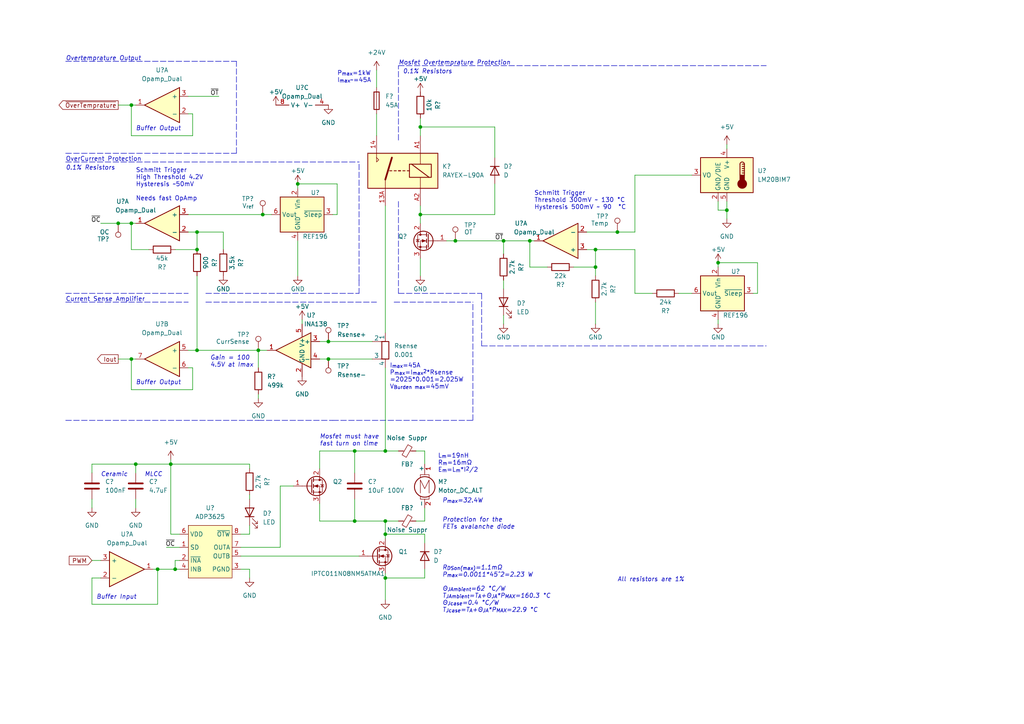
<source format=kicad_sch>
(kicad_sch (version 20211123) (generator eeschema)
  (paper "A4")
  (lib_symbols
    (symbol "Amplifier_Current:INA138" (pin_names (offset 0.127))
      (property "Reference" "U" (at 3.81 5.08 0))
      (property "Value" "INA138" (at 3.81 2.54 0))
      (symbol "INA138_0_1"
        (polyline (pts (xy -5.08 5.08) (xy 5.08 0) (xy -5.08 -5.08) (xy -5.08 5.08)) (stroke (width 0.254)) (fill (type background)))
      )
      (symbol "INA138_1_1"
        (pin output line (at 7.62 0 180) (length 2.54) (name "~") (number "1"))
        (pin power_in line (at -2.54 -7.62 90) (length 3.81) (name "GND") (number "2"))
        (pin input line (at -7.62 2.54 0) (length 2.54) (name "+") (number "3"))
        (pin input line (at -7.62 -2.54 0) (length 2.54) (name "-") (number "4"))
        (pin power_in line (at -2.54 7.62 270) (length 3.81) (name "V+") (number "5"))
      )
    )
    (symbol "Connector:TestPoint" (pin_numbers hide) (pin_names (offset 0.762) hide)
      (property "Reference" "TP" (at 0 6.858 0))
      (property "Value" "TestPoint" (at 0 5.08 0))
      (symbol "TestPoint_0_1"
        (circle (center 0 3.302) (radius 0.762))
      )
      (symbol "TestPoint_1_1"
        (pin passive line (at 0 0 90) (length 2.54) (name "1") (number "1"))
      )
    )
    (symbol "Device:C" (pin_numbers hide) (pin_names (offset 0.254))
      (property "Reference" "C" (at 0.635 2.54 0))
      (property "Value" "C" (at 0.635 -2.54 0))
      (symbol "C_0_1"
        (polyline (pts (xy -2.032 -0.762) (xy 2.032 -0.762)) (stroke (width 0.508)))
        (polyline (pts (xy -2.032 0.762) (xy 2.032 0.762)) (stroke (width 0.508)))
      )
      (symbol "C_1_1"
        (pin passive line (at 0 3.81 270) (length 2.794) (name "~") (number "1"))
        (pin passive line (at 0 -3.81 90) (length 2.794) (name "~") (number "2"))
      )
    )
    (symbol "Device:D" (pin_numbers hide) (pin_names (offset 1.016) hide)
      (property "Reference" "D" (at 0 2.54 0))
      (property "Value" "D" (at 0 -2.54 0))
      (symbol "D_0_1"
        (polyline (pts (xy -1.27 1.27) (xy -1.27 -1.27)) (stroke (width 0.254)))
        (polyline (pts (xy 1.27 0) (xy -1.27 0)))
        (polyline (pts (xy 1.27 1.27) (xy 1.27 -1.27) (xy -1.27 0) (xy 1.27 1.27)) (stroke (width 0.254)))
      )
      (symbol "D_1_1"
        (pin passive line (at -3.81 0 0) (length 2.54) (name "K") (number "1"))
        (pin passive line (at 3.81 0 180) (length 2.54) (name "A") (number "2"))
      )
    )
    (symbol "Device:FerriteBead_Small" (pin_numbers hide) (pin_names (offset 0))
      (property "Reference" "FB" (at 1.905 1.27 0))
      (property "Value" "FerriteBead_Small" (at 1.905 -1.27 0))
      (symbol "FerriteBead_Small_0_1"
        (polyline (pts (xy 0 -1.27) (xy 0 -0.7874)))
        (polyline (pts (xy 0 0.889) (xy 0 1.2954)))
        (polyline (pts (xy -1.8288 0.2794) (xy -1.1176 1.4986) (xy 1.8288 -0.2032) (xy 1.1176 -1.4224) (xy -1.8288 0.2794)))
      )
      (symbol "FerriteBead_Small_1_1"
        (pin passive line (at 0 2.54 270) (length 1.27) (name "~") (number "1"))
        (pin passive line (at 0 -2.54 90) (length 1.27) (name "~") (number "2"))
      )
    )
    (symbol "Device:Fuse" (pin_numbers hide) (pin_names (offset 0))
      (property "Reference" "F" (at 2.032 0 90))
      (property "Value" "Fuse" (at -1.905 0 90))
      (symbol "Fuse_0_1"
        (rectangle (start -0.762 -2.54) (end 0.762 2.54) (stroke (width 0.254)))
        (polyline (pts (xy 0 2.54) (xy 0 -2.54)))
      )
      (symbol "Fuse_1_1"
        (pin passive line (at 0 3.81 270) (length 1.27) (name "~") (number "1"))
        (pin passive line (at 0 -3.81 90) (length 1.27) (name "~") (number "2"))
      )
    )
    (symbol "Device:LED" (pin_numbers hide) (pin_names (offset 1.016) hide)
      (property "Reference" "D" (at 0 2.54 0))
      (property "Value" "LED" (at 0 -2.54 0))
      (symbol "LED_0_1"
        (polyline (pts (xy -1.27 -1.27) (xy -1.27 1.27)) (stroke (width 0.254)))
        (polyline (pts (xy -1.27 0) (xy 1.27 0)))
        (polyline (pts (xy 1.27 -1.27) (xy 1.27 1.27) (xy -1.27 0) (xy 1.27 -1.27)) (stroke (width 0.254)))
        (polyline (pts (xy -3.048 -0.762) (xy -4.572 -2.286) (xy -3.81 -2.286) (xy -4.572 -2.286) (xy -4.572 -1.524)))
        (polyline (pts (xy -1.778 -0.762) (xy -3.302 -2.286) (xy -2.54 -2.286) (xy -3.302 -2.286) (xy -3.302 -1.524)))
      )
      (symbol "LED_1_1"
        (pin passive line (at -3.81 0 0) (length 2.54) (name "K") (number "1"))
        (pin passive line (at 3.81 0 180) (length 2.54) (name "A") (number "2"))
      )
    )
    (symbol "Device:Opamp_Dual"
      (property "Reference" "U" (at 0 5.08 0))
      (property "Value" "Opamp_Dual" (at 0 -5.08 0))
      (symbol "Opamp_Dual_1_1"
        (polyline (pts (xy -5.08 5.08) (xy 5.08 0) (xy -5.08 -5.08) (xy -5.08 5.08)) (stroke (width 0.254)) (fill (type background)))
        (pin output line (at 7.62 0 180) (length 2.54) (name "~") (number "1"))
        (pin input line (at -7.62 -2.54 0) (length 2.54) (name "-") (number "2"))
        (pin input line (at -7.62 2.54 0) (length 2.54) (name "+") (number "3"))
      )
      (symbol "Opamp_Dual_2_1"
        (polyline (pts (xy -5.08 5.08) (xy 5.08 0) (xy -5.08 -5.08) (xy -5.08 5.08)) (stroke (width 0.254)) (fill (type background)))
        (pin input line (at -7.62 2.54 0) (length 2.54) (name "+") (number "5"))
        (pin input line (at -7.62 -2.54 0) (length 2.54) (name "-") (number "6"))
        (pin output line (at 7.62 0 180) (length 2.54) (name "~") (number "7"))
      )
      (symbol "Opamp_Dual_3_1"
        (pin power_in line (at -2.54 -7.62 90) (length 3.81) (name "V-") (number "4"))
        (pin power_in line (at -2.54 7.62 270) (length 3.81) (name "V+") (number "8"))
      )
    )
    (symbol "Device:Q_NMOS_GDS" (pin_names (offset 0) hide)
      (property "Reference" "Q" (at 5.08 1.27 0))
      (property "Value" "Q_NMOS_GDS" (at 5.08 -1.27 0))
      (symbol "Q_NMOS_GDS_0_1"
        (polyline (pts (xy 0.254 0) (xy -2.54 0)))
        (polyline (pts (xy 0.254 1.905) (xy 0.254 -1.905)) (stroke (width 0.254)))
        (polyline (pts (xy 0.762 -1.27) (xy 0.762 -2.286)) (stroke (width 0.254)))
        (polyline (pts (xy 0.762 0.508) (xy 0.762 -0.508)) (stroke (width 0.254)))
        (polyline (pts (xy 0.762 2.286) (xy 0.762 1.27)) (stroke (width 0.254)))
        (polyline (pts (xy 2.54 2.54) (xy 2.54 1.778)))
        (polyline (pts (xy 2.54 -2.54) (xy 2.54 0) (xy 0.762 0)))
        (polyline (pts (xy 0.762 -1.778) (xy 3.302 -1.778) (xy 3.302 1.778) (xy 0.762 1.778)))
        (polyline (pts (xy 1.016 0) (xy 2.032 0.381) (xy 2.032 -0.381) (xy 1.016 0)) (fill (type outline)))
        (polyline (pts (xy 2.794 0.508) (xy 2.921 0.381) (xy 3.683 0.381) (xy 3.81 0.254)))
        (polyline (pts (xy 3.302 0.381) (xy 2.921 -0.254) (xy 3.683 -0.254) (xy 3.302 0.381)))
        (circle (center 1.651 0) (radius 2.794) (stroke (width 0.254)))
        (circle (center 2.54 -1.778) (radius 0.254) (fill (type outline)))
        (circle (center 2.54 1.778) (radius 0.254) (fill (type outline)))
      )
      (symbol "Q_NMOS_GDS_1_1"
        (pin input line (at -5.08 0 0) (length 2.54) (name "G") (number "1"))
        (pin passive line (at 2.54 5.08 270) (length 2.54) (name "D") (number "2"))
        (pin passive line (at 2.54 -5.08 90) (length 2.54) (name "S") (number "3"))
      )
    )
    (symbol "Device:R" (pin_numbers hide) (pin_names (offset 0))
      (property "Reference" "R" (at 2.032 0 90))
      (property "Value" "R" (at 0 0 90))
      (symbol "R_0_1"
        (rectangle (start -1.016 -2.54) (end 1.016 2.54) (stroke (width 0.254)))
      )
      (symbol "R_1_1"
        (pin passive line (at 0 3.81 270) (length 1.27) (name "~") (number "1"))
        (pin passive line (at 0 -3.81 90) (length 1.27) (name "~") (number "2"))
      )
    )
    (symbol "Device:R_Shunt" (pin_numbers hide) (pin_names (offset 0))
      (property "Reference" "R" (at -4.445 0 90))
      (property "Value" "R_Shunt" (at -2.54 0 90))
      (symbol "R_Shunt_0_1"
        (rectangle (start -1.016 -2.54) (end 1.016 2.54) (stroke (width 0.254)))
        (polyline (pts (xy 0 -2.54) (xy 1.27 -2.54)))
        (polyline (pts (xy 1.27 2.54) (xy 0 2.54)))
      )
      (symbol "R_Shunt_1_1"
        (pin passive line (at 0 5.08 270) (length 2.54) (name "1") (number "1"))
        (pin passive line (at 3.81 2.54 180) (length 2.54) (name "2") (number "2"))
        (pin passive line (at 3.81 -2.54 180) (length 2.54) (name "3") (number "3"))
        (pin passive line (at 0 -5.08 90) (length 2.54) (name "4") (number "4"))
      )
    )
    (symbol "Motor:Motor_DC_ALT" (pin_names (offset 0))
      (property "Reference" "M" (at 2.54 2.54 0))
      (property "Value" "Motor_DC_ALT" (at 2.54 -5.08 0))
      (symbol "Motor_DC_ALT_0_0"
        (circle (center 0 -1.524) (radius 2.9718) (stroke (width 0.254)))
        (polyline (pts (xy -1.27 -4.318) (xy -1.27 -5.08) (xy 1.27 -5.08) (xy 1.27 -4.318)))
        (polyline (pts (xy -1.27 1.27) (xy -1.27 2.032) (xy 1.27 2.032) (xy 1.27 1.27)))
        (polyline (pts (xy -1.27 -3.302) (xy -1.27 0.508) (xy 0 -2.032) (xy 1.27 0.508) (xy 1.27 -3.302)))
      )
      (symbol "Motor_DC_ALT_0_1"
        (polyline (pts (xy 0 2.032) (xy 0 2.54)))
      )
      (symbol "Motor_DC_ALT_1_1"
        (pin passive line (at 0 5.08 270) (length 2.54) (name "+") (number "1"))
        (pin passive line (at 0 -7.62 90) (length 2.54) (name "-") (number "2"))
      )
    )
    (symbol "MySymbols:ADP3625"
      (property "Reference" "U" (at -3.81 7.62 0))
      (property "Value" "ADP3625" (at 0 -10.16 0))
      (symbol "ADP3625_0_1"
        (rectangle (start -6.35 6.35) (end 6.35 -8.89) (fill (type background)))
      )
      (symbol "ADP3625_1_1"
        (pin input line (at -8.89 0 0) (length 2.54) (name "SD") (number "1"))
        (pin input line (at -8.89 -3.81 0) (length 2.54) (name "~{INA}") (number "2"))
        (pin input line (at 8.89 -6.35 180) (length 2.54) (name "PGND") (number "3"))
        (pin input line (at -8.89 -6.35 0) (length 2.54) (name "INB") (number "4"))
        (pin input line (at 8.89 -2.54 180) (length 2.54) (name "OUTB") (number "5"))
        (pin input line (at -8.89 3.81 0) (length 2.54) (name "VDD") (number "6"))
        (pin input line (at 8.89 0 180) (length 2.54) (name "OUTA") (number "7"))
        (pin input line (at 8.89 3.81 180) (length 2.54) (name "~{OTW}") (number "8"))
      )
    )
    (symbol "Reference_Voltage:REF196"
      (property "Reference" "U" (at 2.54 8.89 0))
      (property "Value" "REF196" (at 1.27 6.35 0))
      (symbol "REF196_0_1"
        (rectangle (start -7.62 5.08) (end 5.08 -5.08) (stroke (width 0.254)) (fill (type background)))
      )
      (symbol "REF196_1_1"
        (pin no_connect line (at -7.62 2.54 0) (length 2.54) hide (name "TP") (number "1"))
        (pin power_in line (at 0 7.62 270) (length 2.54) (name "Vin") (number "2"))
        (pin input line (at -10.16 0 0) (length 2.54) (name "~{Sleep}") (number "3"))
        (pin power_in line (at 0 -7.62 90) (length 2.54) (name "GND") (number "4"))
        (pin no_connect line (at -5.08 -5.08 90) (length 2.54) hide (name "TP") (number "5"))
        (pin power_out line (at 7.62 0 180) (length 2.54) (name "Vout") (number "6"))
        (pin no_connect line (at -2.54 -5.08 90) (length 2.54) hide (name "NC") (number "7"))
        (pin no_connect line (at 2.54 -5.08 90) (length 2.54) hide (name "NC") (number "8"))
      )
    )
    (symbol "Relay:RAYEX-L90A"
      (property "Reference" "K" (at 11.43 3.81 0))
      (property "Value" "RAYEX-L90A" (at 11.43 1.27 0))
      (symbol "RAYEX-L90A_1_0"
        (polyline (pts (xy 7.62 3.81) (xy 7.62 5.08)))
        (polyline (pts (xy 7.62 3.81) (xy 7.62 2.54) (xy 6.985 3.175) (xy 7.62 3.81)))
      )
      (symbol "RAYEX-L90A_1_1"
        (rectangle (start -10.16 5.08) (end 10.16 -5.08) (stroke (width 0.254)) (fill (type background)))
        (rectangle (start -8.255 1.905) (end -1.905 -1.905) (stroke (width 0.254)))
        (polyline (pts (xy -7.62 -1.905) (xy -2.54 1.905)) (stroke (width 0.254)))
        (polyline (pts (xy -5.08 -5.08) (xy -5.08 -1.905)))
        (polyline (pts (xy -5.08 5.08) (xy -5.08 1.905)))
        (polyline (pts (xy -1.905 0) (xy -1.27 0)) (stroke (width 0.254)))
        (polyline (pts (xy -0.635 0) (xy 0 0)) (stroke (width 0.254)))
        (polyline (pts (xy 0.635 0) (xy 1.27 0)) (stroke (width 0.254)))
        (polyline (pts (xy 0.635 0) (xy 1.27 0)) (stroke (width 0.254)))
        (polyline (pts (xy 1.905 0) (xy 2.54 0)) (stroke (width 0.254)))
        (polyline (pts (xy 3.175 0) (xy 3.81 0)) (stroke (width 0.254)))
        (polyline (pts (xy 5.08 -2.54) (xy 3.175 3.81)) (stroke (width 0.508)))
        (polyline (pts (xy 5.08 -2.54) (xy 5.08 -5.08)))
        (pin passive line (at 5.08 -10.16 90) (length 5.08) (name "~") (number "13A"))
        (pin passive line (at 5.08 -10.16 90) (length 5.08) hide (name "~") (number "13B"))
        (pin passive line (at 7.62 10.16 270) (length 5.08) (name "~") (number "14"))
        (pin passive line (at -5.08 10.16 270) (length 5.08) (name "~") (number "A1"))
        (pin passive line (at -5.08 -10.16 90) (length 5.08) (name "~") (number "A2"))
      )
    )
    (symbol "Sensor_Temperature:LM20BIM7"
      (property "Reference" "U" (at -6.35 6.35 0))
      (property "Value" "LM20BIM7" (at 1.27 6.35 0))
      (symbol "LM20BIM7_0_1"
        (rectangle (start -7.62 5.08) (end 7.62 -5.08) (stroke (width 0.254)) (fill (type background)))
        (circle (center -4.445 -2.54) (radius 1.27) (stroke (width 0.254)) (fill (type outline)))
        (rectangle (start -3.81 -1.905) (end -5.08 0) (stroke (width 0.254)) (fill (type outline)))
        (arc (start -3.81 3.175) (mid -4.445 3.81) (end -5.08 3.175) (stroke (width 0.254)))
        (polyline (pts (xy -5.08 0.635) (xy -4.445 0.635)) (stroke (width 0.254)))
        (polyline (pts (xy -5.08 1.27) (xy -4.445 1.27)) (stroke (width 0.254)))
        (polyline (pts (xy -5.08 1.905) (xy -4.445 1.905)) (stroke (width 0.254)))
        (polyline (pts (xy -5.08 2.54) (xy -4.445 2.54)) (stroke (width 0.254)))
        (polyline (pts (xy -5.08 3.175) (xy -5.08 0)) (stroke (width 0.254)))
        (polyline (pts (xy -5.08 3.175) (xy -4.445 3.175)) (stroke (width 0.254)))
        (polyline (pts (xy -3.81 3.175) (xy -3.81 0)) (stroke (width 0.254)))
      )
      (symbol "LM20BIM7_1_1"
        (pin no_connect line (at 5.08 -5.08 90) (length 2.54) hide (name "NC") (number "1"))
        (pin passive line (at 2.54 -7.62 90) (length 2.54) (name "GND/DIE") (number "2"))
        (pin output line (at 10.16 0 180) (length 2.54) (name "VO") (number "3"))
        (pin power_in line (at 0 7.62 270) (length 2.54) (name "V+") (number "4"))
        (pin power_in line (at 0 -7.62 90) (length 2.54) (name "GND") (number "5"))
      )
    )
    (symbol "power:+24V" (power) (pin_names (offset 0))
      (property "Value" "+24V" (at 0 3.556 0))
      (symbol "+24V_0_1"
        (polyline (pts (xy -0.762 1.27) (xy 0 2.54)))
        (polyline (pts (xy 0 0) (xy 0 2.54)))
        (polyline (pts (xy 0 2.54) (xy 0.762 1.27)))
      )
      (symbol "+24V_1_1"
        (pin power_in line (at 0 0 90) (length 0) hide (name "+24V") (number "1"))
      )
    )
    (symbol "power:+5V" (power) (pin_names (offset 0))
      (property "Value" "+5V" (at 0 3.556 0))
      (symbol "+5V_0_1"
        (polyline (pts (xy -0.762 1.27) (xy 0 2.54)))
        (polyline (pts (xy 0 0) (xy 0 2.54)))
        (polyline (pts (xy 0 2.54) (xy 0.762 1.27)))
      )
      (symbol "+5V_1_1"
        (pin power_in line (at 0 0 90) (length 0) hide (name "+5V") (number "1"))
      )
    )
    (symbol "power:GND" (power) (pin_names (offset 0))
      (property "Value" "GND" (at 0 -3.81 0))
      (symbol "GND_0_1"
        (polyline (pts (xy 0 0) (xy 0 -1.27) (xy 1.27 -1.27) (xy 0 -2.54) (xy -1.27 -1.27) (xy 0 -1.27)))
      )
      (symbol "GND_1_1"
        (pin power_in line (at 0 0 270) (length 0) hide (name "GND") (number "1"))
      )
    )
  )
  (junction (at 39.37 134.62))
  (junction (at 121.92 62.23))
  (junction (at 57.15 67.31))
  (junction (at 111.76 167.64))
  (junction (at 34.29 64.77))
  (junction (at 179.07 67.31))
  (junction (at 74.93 101.6))
  (junction (at 121.92 36.83))
  (junction (at 45.72 165.1))
  (junction (at 50.8 165.1))
  (junction (at 102.87 151.13))
  (junction (at 38.1 64.77))
  (junction (at 95.25 99.06))
  (junction (at 208.28 76.2))
  (junction (at 210.82 60.96))
  (junction (at 38.1 30.48))
  (junction (at 153.67 69.85))
  (junction (at 95.25 104.14))
  (junction (at 102.87 130.81))
  (junction (at 111.76 130.81))
  (junction (at 38.1 104.14))
  (junction (at 76.2 62.23))
  (junction (at 111.76 154.94))
  (junction (at 172.72 77.47))
  (junction (at 57.15 101.6))
  (junction (at 146.05 69.85))
  (junction (at 111.76 151.13))
  (junction (at 86.36 53.34))
  (junction (at 57.15 72.39))
  (junction (at 49.53 134.62))
  (junction (at 132.08 69.85))
  (junction (at 172.72 72.39))
  (wire (pts (xy 146.05 69.85) (xy 146.05 73.66)))
  (polyline (pts (xy 115.57 85.09) (xy 139.7 85.09)))
  (wire (pts (xy 184.15 72.39) (xy 172.72 72.39)))
  (wire (pts (xy 52.07 154.94) (xy 49.53 154.94)))
  (wire (pts (xy 39.37 134.62) (xy 49.53 134.62)))
  (wire (pts (xy 86.36 53.34) (xy 97.79 53.34)))
  (wire (pts (xy 184.15 50.8) (xy 200.66 50.8)))
  (wire (pts (xy 218.44 85.09) (xy 219.71 85.09)))
  (wire (pts (xy 111.76 166.37) (xy 111.76 167.64)))
  (wire (pts (xy 189.23 85.09) (xy 184.15 85.09)))
  (wire (pts (xy 34.29 104.14) (xy 38.1 104.14)))
  (polyline (pts (xy 104.14 81.28) (xy 104.14 46.99)))
  (polyline (pts (xy 19.05 87.63) (xy 54.61 87.63)))
  (wire (pts (xy 184.15 50.8) (xy 184.15 67.31)))
  (wire (pts (xy 55.88 39.37) (xy 38.1 39.37)))
  (wire (pts (xy 86.36 54.61) (xy 86.36 53.34)))
  (wire (pts (xy 38.1 104.14) (xy 39.37 104.14)))
  (polyline (pts (xy 19.05 44.45) (xy 68.58 44.45)))
  (wire (pts (xy 86.36 69.85) (xy 86.36 80.01)))
  (wire (pts (xy 179.07 67.31) (xy 184.15 67.31)))
  (wire (pts (xy 26.67 134.62) (xy 26.67 137.16)))
  (wire (pts (xy 26.67 175.26) (xy 45.72 175.26)))
  (wire (pts (xy 158.75 77.47) (xy 153.67 77.47)))
  (wire (pts (xy 102.87 130.81) (xy 102.87 137.16)))
  (wire (pts (xy 57.15 67.31) (xy 54.61 67.31)))
  (wire (pts (xy 97.79 62.23) (xy 97.79 53.34)))
  (polyline (pts (xy 59.69 85.09) (xy 104.14 85.09)))
  (wire (pts (xy 129.54 69.85) (xy 132.08 69.85)))
  (wire (pts (xy 132.08 69.85) (xy 146.05 69.85)))
  (wire (pts (xy 64.77 72.39) (xy 64.77 67.31)))
  (wire (pts (xy 48.26 158.75) (xy 52.07 158.75)))
  (wire (pts (xy 111.76 154.94) (xy 111.76 156.21)))
  (wire (pts (xy 172.72 87.63) (xy 172.72 93.98)))
  (wire (pts (xy 123.19 165.1) (xy 123.19 167.64)))
  (wire (pts (xy 111.76 151.13) (xy 115.57 151.13)))
  (polyline (pts (xy 139.7 85.09) (xy 139.7 100.33)))
  (wire (pts (xy 57.15 67.31) (xy 57.15 72.39)))
  (polyline (pts (xy 19.05 46.99) (xy 104.14 46.99)))
  (wire (pts (xy 146.05 81.28) (xy 146.05 83.82)))
  (wire (pts (xy 123.19 130.81) (xy 123.19 134.62)))
  (wire (pts (xy 55.88 113.03) (xy 38.1 113.03)))
  (wire (pts (xy 26.67 134.62) (xy 39.37 134.62)))
  (wire (pts (xy 96.52 62.23) (xy 97.79 62.23)))
  (wire (pts (xy 120.65 130.81) (xy 123.19 130.81)))
  (polyline (pts (xy 104.14 81.28) (xy 104.14 85.09)))
  (wire (pts (xy 95.25 104.14) (xy 107.95 104.14)))
  (polyline (pts (xy 96.52 121.92) (xy 137.16 121.92)))
  (wire (pts (xy 26.67 167.64) (xy 26.67 175.26)))
  (wire (pts (xy 69.85 165.1) (xy 72.39 165.1)))
  (wire (pts (xy 102.87 130.81) (xy 111.76 130.81)))
  (wire (pts (xy 76.2 62.23) (xy 78.74 62.23)))
  (wire (pts (xy 143.51 53.34) (xy 143.51 62.23)))
  (wire (pts (xy 52.07 162.56) (xy 50.8 162.56)))
  (wire (pts (xy 72.39 152.4) (xy 72.39 154.94)))
  (wire (pts (xy 72.39 167.64) (xy 72.39 165.1)))
  (wire (pts (xy 210.82 60.96) (xy 208.28 60.96)))
  (wire (pts (xy 29.21 64.77) (xy 34.29 64.77)))
  (wire (pts (xy 38.1 113.03) (xy 38.1 104.14)))
  (wire (pts (xy 34.29 30.48) (xy 38.1 30.48)))
  (wire (pts (xy 208.28 76.2) (xy 219.71 76.2)))
  (wire (pts (xy 49.53 134.62) (xy 72.39 134.62)))
  (polyline (pts (xy 68.58 44.45) (xy 68.58 17.78)))
  (wire (pts (xy 43.18 72.39) (xy 38.1 72.39)))
  (wire (pts (xy 72.39 143.51) (xy 72.39 144.78)))
  (wire (pts (xy 208.28 92.71) (xy 208.28 93.98)))
  (wire (pts (xy 74.93 114.3) (xy 74.93 115.57)))
  (wire (pts (xy 74.93 101.6) (xy 77.47 101.6)))
  (wire (pts (xy 170.18 67.31) (xy 179.07 67.31)))
  (polyline (pts (xy 115.57 19.05) (xy 222.25 19.05)))
  (wire (pts (xy 146.05 69.85) (xy 153.67 69.85)))
  (wire (pts (xy 123.19 167.64) (xy 111.76 167.64)))
  (wire (pts (xy 81.28 140.97) (xy 85.09 140.97)))
  (wire (pts (xy 38.1 72.39) (xy 38.1 64.77)))
  (wire (pts (xy 69.85 154.94) (xy 72.39 154.94)))
  (wire (pts (xy 121.92 62.23) (xy 121.92 64.77)))
  (wire (pts (xy 50.8 165.1) (xy 52.07 165.1)))
  (wire (pts (xy 92.71 130.81) (xy 102.87 130.81)))
  (wire (pts (xy 111.76 167.64) (xy 111.76 173.99)))
  (polyline (pts (xy 115.57 40.64) (xy 115.57 19.05)))
  (wire (pts (xy 146.05 91.44) (xy 146.05 93.98)))
  (wire (pts (xy 54.61 106.68) (xy 55.88 106.68)))
  (wire (pts (xy 45.72 165.1) (xy 50.8 165.1)))
  (wire (pts (xy 208.28 77.47) (xy 208.28 76.2)))
  (wire (pts (xy 111.76 130.81) (xy 115.57 130.81)))
  (wire (pts (xy 39.37 144.78) (xy 39.37 147.32)))
  (wire (pts (xy 26.67 144.78) (xy 26.67 147.32)))
  (wire (pts (xy 54.61 62.23) (xy 76.2 62.23)))
  (wire (pts (xy 64.77 67.31) (xy 57.15 67.31)))
  (wire (pts (xy 123.19 151.13) (xy 123.19 147.32)))
  (wire (pts (xy 121.92 74.93) (xy 121.92 80.01)))
  (wire (pts (xy 123.19 157.48) (xy 123.19 154.94)))
  (wire (pts (xy 166.37 77.47) (xy 172.72 77.47)))
  (wire (pts (xy 45.72 175.26) (xy 45.72 165.1)))
  (wire (pts (xy 210.82 60.96) (xy 210.82 63.5)))
  (wire (pts (xy 92.71 135.89) (xy 92.71 130.81)))
  (wire (pts (xy 38.1 64.77) (xy 39.37 64.77)))
  (wire (pts (xy 200.66 85.09) (xy 196.85 85.09)))
  (wire (pts (xy 57.15 80.01) (xy 57.15 101.6)))
  (wire (pts (xy 44.45 165.1) (xy 45.72 165.1)))
  (wire (pts (xy 172.72 77.47) (xy 172.72 80.01)))
  (wire (pts (xy 49.53 134.62) (xy 49.53 154.94)))
  (wire (pts (xy 92.71 151.13) (xy 102.87 151.13)))
  (wire (pts (xy 153.67 69.85) (xy 154.94 69.85)))
  (polyline (pts (xy 114.3 87.63) (xy 137.16 87.63)))
  (wire (pts (xy 74.93 101.6) (xy 74.93 106.68)))
  (wire (pts (xy 50.8 72.39) (xy 57.15 72.39)))
  (wire (pts (xy 87.63 92.71) (xy 87.63 93.98)))
  (polyline (pts (xy 139.7 100.33) (xy 222.25 100.33)))
  (wire (pts (xy 54.61 27.94) (xy 63.5 27.94)))
  (wire (pts (xy 172.72 72.39) (xy 172.72 77.47)))
  (wire (pts (xy 95.25 99.06) (xy 107.95 99.06)))
  (polyline (pts (xy 19.05 85.09) (xy 54.61 85.09)))
  (wire (pts (xy 172.72 72.39) (xy 170.18 72.39)))
  (polyline (pts (xy 59.69 87.63) (xy 109.22 87.63)))
  (wire (pts (xy 55.88 106.68) (xy 55.88 113.03)))
  (wire (pts (xy 69.85 158.75) (xy 81.28 158.75)))
  (wire (pts (xy 121.92 36.83) (xy 143.51 36.83)))
  (wire (pts (xy 69.85 161.29) (xy 104.14 161.29)))
  (wire (pts (xy 54.61 33.02) (xy 55.88 33.02)))
  (wire (pts (xy 39.37 134.62) (xy 39.37 137.16)))
  (wire (pts (xy 111.76 154.94) (xy 123.19 154.94)))
  (wire (pts (xy 54.61 101.6) (xy 57.15 101.6)))
  (wire (pts (xy 92.71 104.14) (xy 95.25 104.14)))
  (wire (pts (xy 111.76 106.68) (xy 111.76 130.81)))
  (wire (pts (xy 102.87 144.78) (xy 102.87 151.13)))
  (wire (pts (xy 81.28 140.97) (xy 81.28 158.75)))
  (polyline (pts (xy 74.93 121.92) (xy 96.52 121.92)))
  (wire (pts (xy 72.39 135.89) (xy 72.39 134.62)))
  (wire (pts (xy 111.76 151.13) (xy 111.76 154.94)))
  (wire (pts (xy 210.82 58.42) (xy 210.82 60.96)))
  (wire (pts (xy 49.53 133.35) (xy 49.53 134.62)))
  (wire (pts (xy 121.92 36.83) (xy 121.92 39.37)))
  (wire (pts (xy 109.22 33.02) (xy 109.22 39.37)))
  (wire (pts (xy 102.87 151.13) (xy 111.76 151.13)))
  (wire (pts (xy 29.21 162.56) (xy 26.67 162.56)))
  (polyline (pts (xy 19.05 121.92) (xy 74.93 121.92)))
  (wire (pts (xy 121.92 62.23) (xy 121.92 59.69)))
  (wire (pts (xy 120.65 151.13) (xy 123.19 151.13)))
  (wire (pts (xy 111.76 59.69) (xy 111.76 96.52)))
  (wire (pts (xy 26.67 167.64) (xy 29.21 167.64)))
  (wire (pts (xy 208.28 58.42) (xy 208.28 60.96)))
  (wire (pts (xy 219.71 85.09) (xy 219.71 76.2)))
  (wire (pts (xy 143.51 36.83) (xy 143.51 45.72)))
  (polyline (pts (xy 19.05 17.78) (xy 68.58 17.78)))
  (wire (pts (xy 121.92 34.29) (xy 121.92 36.83)))
  (wire (pts (xy 38.1 39.37) (xy 38.1 30.48)))
  (polyline (pts (xy 74.93 121.92) (xy 74.93 121.92)))
  (wire (pts (xy 92.71 99.06) (xy 95.25 99.06)))
  (wire (pts (xy 55.88 33.02) (xy 55.88 39.37)))
  (wire (pts (xy 92.71 146.05) (xy 92.71 151.13)))
  (wire (pts (xy 184.15 85.09) (xy 184.15 72.39)))
  (wire (pts (xy 38.1 30.48) (xy 39.37 30.48)))
  (wire (pts (xy 143.51 62.23) (xy 121.92 62.23)))
  (wire (pts (xy 50.8 162.56) (xy 50.8 165.1)))
  (wire (pts (xy 109.22 20.32) (xy 109.22 25.4)))
  (wire (pts (xy 34.29 64.77) (xy 38.1 64.77)))
  (wire (pts (xy 57.15 101.6) (xy 74.93 101.6)))
  (wire (pts (xy 153.67 77.47) (xy 153.67 69.85)))
  (wire (pts (xy 210.82 41.91) (xy 210.82 43.18)))
  (polyline (pts (xy 115.57 58.42) (xy 115.57 85.09)))
  (polyline (pts (xy 137.16 121.92) (xy 137.16 87.63)))
  (text "OverCurrent Protection" (at 19.05 46.99 0) (effects (font (size 1.27 1.27)) (justify left bottom)))
  (text "I_{max}=45A\nP_{max}=I_{max}^{2}*Rsense\n=2025*${7d56cc24-13dc-424e-9509-1fc8193a03a3:VALUE}=2.025W\nV_{Burden max}=45mV" (at 113.03 113.03 0) (effects (font (size 1.27 1.27)) (justify left bottom)))
  (text "Schmitt Trigger\nThreshold 300mV ~ 130 °C\nHysteresis 500mV ~ 90  °C" (at 154.94 60.96 0) (effects (font (size 1.27 1.27)) (justify left bottom)))
  (text "Gain = 100\n4.5V at Imax" (at 60.96 106.68 0) (effects (font (size 1.27 1.27) italic) (justify left bottom)))
  (text "Buffer Input" (at 27.94 173.99 0) (effects (font (size 1.27 1.27) italic) (justify left bottom)))
  (text "Mosfet Overtemprature Protection\n" (at 115.57 19.05 0) (effects (font (size 1.27 1.27) italic) (justify left bottom)))
  (text "Schmitt Trigger\nHigh Threshold 4.2V\nHysteresis ~50mV\n\nNeeds fast OpAmp\n" (at 39.37 58.42 0) (effects (font (size 1.27 1.27)) (justify left bottom)))
  (text "P_{max}=32.4W" (at 128.27 146.05 0) (effects (font (size 1.27 1.27) italic) (justify left bottom)))
  (text "Current Sense Amplifier" (at 19.05 87.63 0) (effects (font (size 1.27 1.27)) (justify left bottom)))
  (text "All resistors are 1%\n" (at 179.07 168.91 0) (effects (font (size 1.27 1.27) italic) (justify left bottom)))
  (text "Ceramic\n" (at 29.21 138.43 0) (effects (font (size 1.27 1.27) italic) (justify left bottom)))
  (text "Buffer Output\n" (at 39.37 38.1 0) (effects (font (size 1.27 1.27) italic) (justify left bottom)))
  (text "Mosfet must have \nfast turn on time" (at 92.71 129.54 0) (effects (font (size 1.27 1.27) italic) (justify left bottom)))
  (text "0.1% Resistors\n" (at 19.05 49.53 0) (effects (font (size 1.27 1.27) italic) (justify left bottom)))
  (text "Overtemprature Output" (at 19.05 17.78 0) (effects (font (size 1.27 1.27) italic) (justify left bottom)))
  (text "Buffer Output\n" (at 39.37 111.76 0) (effects (font (size 1.27 1.27) italic) (justify left bottom)))
  (text "0.1% Resistors\n" (at 116.84 21.59 0) (effects (font (size 1.27 1.27) italic) (justify left bottom)))
  (text "R_{DS}_{on}_{(max)}=1.1mΩ\nP_{max}=0.0011*45^2=2.23 W\n\nΘ_{J}_{Ambient}=62 °C/W\nT_{J}_{Ambient}=T_{A}+Θ_{JA}*P_{MAX}=160.3 °C\nΘ_{J}_{case}=0.4 °C/W\nT_{J}_{case}=T_{A}+Θ_{JA}*P_{MAX}=22.9 °C" (at 128.27 177.8 0) (effects (font (size 1.27 1.27) italic) (justify left bottom)))
  (text "Protection for the \nFETs avalanche diode\n" (at 128.27 153.67 0) (effects (font (size 1.27 1.27) italic) (justify left bottom)))
  (text "MLCC" (at 41.91 138.43 0) (effects (font (size 1.27 1.27) italic) (justify left bottom)))
  (text "L_{m}=19nH\nR_{m}=16mΩ\nE_{m}=L_{m}*I^{2}/2" (at 127 137.16 0) (effects (font (size 1.27 1.27)) (justify left bottom)))
  (text "P_{max}=1kW\nI_{max}~=45A\n" (at 97.79 24.13 0) (effects (font (size 1.27 1.27)) (justify left bottom)))
  (label "~{OT}" (at 146.05 69.85 180))
  (label "~{OT}" (at 63.5 27.94 180))
  (label "~{OC}" (at 29.21 64.77 180))
  (label "~{OC}" (at 50.8 158.75 180))
  (global_label "PWM" (shape input) (at 26.67 162.56 180) (property "Intersheet References" "${INTERSHEET_REFS}" (effects hide)))
  (global_label "~{OverTemprature}" (shape output) (at 34.29 30.48 180) (property "Intersheet References" "${INTERSHEET_REFS}" (effects hide)))
  (global_label "Iout" (shape output) (at 34.29 104.14 180) (property "Intersheet References" "${INTERSHEET_REFS}" (effects hide)))
  (symbol (lib_id "Connector:TestPoint") (at 34.29 64.77 180) (unit 1)
    (property "Reference" "TP?" (at 31.75 69.3421 0) (effects (justify left)))
    (property "Value" "OC" (at 31.75 67.31 0) (effects (justify left)))
  )
  (symbol (lib_id "Device:FerriteBead_Small") (at 118.11 151.13 90) (unit 1)
    (property "Reference" "FB?" (at 118.11 147.32 90))
    (property "Value" "Noise Suppr" (at 118.11 153.67 90))
  )
  (symbol (lib_id "Device:Opamp_Dual") (at 162.56 69.85 180) (unit 1)
    (property "Reference" "U?" (at 151.13 64.77 0))
    (property "Value" "Opamp_Dual" (at 154.94 67.31 0))
  )
  (symbol (lib_id "Amplifier_Current:INA138") (at 85.09 101.6 0) (mirror y) (unit 1)
    (property "Reference" "U?" (at 88.9 91.44 0) (effects (justify right)))
    (property "Value" "INA138" (at 88.1506 93.98 0) (effects (justify right)))
    (property "Footprint" "Package_TO_SOT_SMD:SOT-23-5" (effects hide))
    (property "Datasheet" "http://www.ti.com/lit/ds/symlink/ina138.pdf" (effects hide))
  )
  (symbol (lib_id "Device:Q_NMOS_GDS") (at 109.22 161.29 0) (unit 1)
    (property "Reference" "Q1" (at 115.57 160.0199 0) (effects (justify left)))
    (property "Value" "IPTC011N08NM5ATMA1 " (at 90.17 166.37 0) (effects (justify left)))
  )
  (symbol (lib_id "power:GND") (at 87.63 109.22 0) (unit 1)
    (property "Reference" "#PWR?" (effects hide))
    (property "Value" "GND" (at 87.63 114.3 0))
  )
  (symbol (lib_id "Device:R") (at 146.05 77.47 0) (unit 1)
    (property "Reference" "R?" (at 151.13 77.47 90))
    (property "Value" "2.7k" (at 148.59 77.47 90))
  )
  (symbol (lib_id "Device:D") (at 143.51 49.53 270) (unit 1)
    (property "Reference" "D?" (at 146.05 48.2599 90) (effects (justify left)))
    (property "Value" "D" (at 146.05 50.7999 90) (effects (justify left)))
  )
  (symbol (lib_id "power:GND") (at 64.77 80.01 0) (unit 1)
    (property "Reference" "#PWR?" (effects hide))
    (property "Value" "GND" (at 64.77 83.82 0))
  )
  (symbol (lib_id "Device:C") (at 39.37 140.97 0) (unit 1)
    (property "Reference" "C?" (at 43.18 139.6999 0) (effects (justify left)))
    (property "Value" "4.7uF" (at 43.18 142.2399 0) (effects (justify left)))
  )
  (symbol (lib_id "Sensor_Temperature:LM20BIM7") (at 210.82 50.8 0) (mirror y) (unit 1)
    (property "Reference" "U?" (at 219.71 49.5299 0) (effects (justify right)))
    (property "Value" "LM20BIM7" (at 219.71 52.0699 0) (effects (justify right)))
    (property "Footprint" "Package_TO_SOT_SMD:SOT-353_SC-70-5" (effects hide))
    (property "Datasheet" "http://www.ti.com/lit/ds/symlink/lm20.pdf" (effects hide))
  )
  (symbol (lib_id "Device:R") (at 64.77 76.2 0) (unit 1)
    (property "Reference" "R?" (at 69.85 76.2 90))
    (property "Value" "3.5k" (at 67.31 76.2 90))
  )
  (symbol (lib_id "power:GND") (at 208.28 93.98 0) (unit 1)
    (property "Reference" "#PWR?" (effects hide))
    (property "Value" "GND" (at 208.28 97.79 0))
  )
  (symbol (lib_id "Device:R") (at 74.93 110.49 0) (unit 1)
    (property "Reference" "R?" (at 77.47 109.2199 0) (effects (justify left)))
    (property "Value" "499k" (at 77.47 111.7599 0) (effects (justify left)))
  )
  (symbol (lib_id "Device:C") (at 26.67 140.97 0) (unit 1)
    (property "Reference" "C?" (at 30.48 139.6999 0) (effects (justify left)))
    (property "Value" "100nF" (at 30.48 142.2399 0) (effects (justify left)))
  )
  (symbol (lib_id "power:GND") (at 39.37 147.32 0) (unit 1)
    (property "Reference" "#PWR?" (effects hide))
    (property "Value" "GND" (at 39.37 152.4 0))
  )
  (symbol (lib_id "Connector:TestPoint") (at 95.25 99.06 0) (unit 1)
    (property "Reference" "TP?" (at 97.79 94.4879 0) (effects (justify left)))
    (property "Value" "Rsense+" (at 97.79 97.0279 0) (effects (justify left)))
  )
  (symbol (lib_id "Connector:TestPoint") (at 74.93 101.6 0) (mirror y) (unit 1)
    (property "Reference" "TP?" (at 72.39 97.0279 0) (effects (justify left)))
    (property "Value" "CurrSense" (at 72.39 99.06 0) (effects (justify left)))
  )
  (symbol (lib_id "Connector:TestPoint") (at 76.2 62.23 0) (mirror y) (unit 1)
    (property "Reference" "TP?" (at 73.66 57.6579 0) (effects (justify left)))
    (property "Value" "V_{ref}" (at 73.66 59.69 0) (effects (justify left)))
  )
  (symbol (lib_id "power:+5V") (at 121.92 26.67 0) (unit 1)
    (property "Reference" "#PWR?" (effects hide))
    (property "Value" "+5V" (at 121.92 22.86 0))
  )
  (symbol (lib_id "Device:LED") (at 72.39 148.59 90) (unit 1)
    (property "Reference" "D?" (at 76.2 148.9074 90) (effects (justify right)))
    (property "Value" "LED" (at 76.2 151.4474 90) (effects (justify right)))
  )
  (symbol (lib_id "Device:Q_NMOS_GDS") (at 90.17 140.97 0) (unit 1)
    (property "Reference" "Q2" (at 96.52 139.6999 0) (effects (justify left)))
    (property "Value" "NMOS" (effects hide))
  )
  (symbol (lib_id "power:GND") (at 26.67 147.32 0) (unit 1)
    (property "Reference" "#PWR?" (effects hide))
    (property "Value" "GND" (at 26.67 152.4 0))
  )
  (symbol (lib_id "Device:Opamp_Dual") (at 46.99 30.48 0) (mirror y) (unit 1)
    (property "Reference" "U?" (at 46.99 20.32 0))
    (property "Value" "Opamp_Dual" (at 46.99 22.86 0))
  )
  (symbol (lib_id "power:GND") (at 86.36 80.01 0) (unit 1)
    (property "Reference" "#PWR?" (effects hide))
    (property "Value" "GND" (at 86.36 83.82 0))
  )
  (symbol (lib_id "Connector:TestPoint") (at 132.08 69.85 0) (unit 1)
    (property "Reference" "TP?" (at 134.62 65.2779 0) (effects (justify left)))
    (property "Value" "OT" (at 134.62 67.31 0) (effects (justify left)))
  )
  (symbol (lib_id "Device:R_Shunt") (at 111.76 101.6 0) (mirror y) (unit 1)
    (property "Reference" "Rsense" (at 114.3 100.3299 0) (effects (justify right)))
    (property "Value" "0.001" (at 114.3 102.8699 0) (effects (justify right)))
  )
  (symbol (lib_id "power:+5V") (at 80.01 30.48 0) (unit 1)
    (property "Reference" "#PWR?" (effects hide))
    (property "Value" "+5V" (at 80.01 26.67 0))
  )
  (symbol (lib_id "Reference_Voltage:REF196") (at 208.28 85.09 0) (mirror y) (unit 1)
    (property "Reference" "U?" (at 213.36 78.74 0))
    (property "Value" "REF196" (at 213.36 91.44 0))
    (property "Datasheet" "https://www.analog.com/static/imported-files/data_sheets/REF19xSeries.pdf" (effects hide))
  )
  (symbol (lib_id "Device:R") (at 172.72 83.82 0) (unit 1)
    (property "Reference" "R?" (at 177.8 83.82 90))
    (property "Value" "2.7k" (at 175.26 83.82 90))
  )
  (symbol (lib_id "Device:D") (at 123.19 161.29 270) (unit 1)
    (property "Reference" "D?" (at 125.73 160.0199 90) (effects (justify left)))
    (property "Value" "D" (at 125.73 162.5599 90) (effects (justify left)))
  )
  (symbol (lib_id "Device:R") (at 57.15 76.2 0) (unit 1)
    (property "Reference" "R?" (at 62.23 76.2 90))
    (property "Value" "900" (at 59.69 76.2 90))
  )
  (symbol (lib_id "power:GND") (at 121.92 80.01 0) (unit 1)
    (property "Reference" "#PWR?" (effects hide))
    (property "Value" "GND" (at 121.92 83.82 0))
  )
  (symbol (lib_id "power:+5V") (at 208.28 76.2 0) (unit 1)
    (property "Reference" "#PWR?" (effects hide))
    (property "Value" "+5V" (at 208.28 72.39 0))
  )
  (symbol (lib_id "Device:R") (at 46.99 72.39 270) (unit 1)
    (property "Reference" "R?" (at 46.99 77.47 90))
    (property "Value" "45k" (at 46.99 74.93 90))
  )
  (symbol (lib_id "Device:Opamp_Dual") (at 87.63 27.94 90) (unit 3)
    (property "Reference" "U?" (at 87.63 25.4 90))
    (property "Value" "Opamp_Dual" (at 87.63 27.94 90))
  )
  (symbol (lib_id "Device:FerriteBead_Small") (at 118.11 130.81 90) (unit 1)
    (property "Reference" "FB?" (at 118.11 134.62 90))
    (property "Value" "Noise Suppr" (at 118.0719 127 90))
  )
  (symbol (lib_id "power:GND") (at 146.05 93.98 0) (unit 1)
    (property "Reference" "#PWR?" (effects hide))
    (property "Value" "GND" (at 146.05 97.79 0))
  )
  (symbol (lib_id "Device:Opamp_Dual") (at 46.99 104.14 0) (mirror y) (unit 2)
    (property "Reference" "U?" (at 46.99 93.98 0))
    (property "Value" "Opamp_Dual" (at 46.99 96.52 0))
  )
  (symbol (lib_id "MySymbols:ADP3625") (at 60.96 158.75 0) (unit 1)
    (property "Reference" "U?" (at 60.96 147.32 0))
    (property "Value" "ADP3625" (at 60.96 149.86 0))
  )
  (symbol (lib_id "power:+24V") (at 109.22 20.32 0) (unit 1)
    (property "Reference" "#PWR?" (effects hide))
    (property "Value" "+24V" (at 109.22 15.24 0))
  )
  (symbol (lib_id "Reference_Voltage:REF196") (at 86.36 62.23 0) (mirror y) (unit 1)
    (property "Reference" "U?" (at 91.44 55.88 0))
    (property "Value" "REF196" (at 91.44 68.58 0))
    (property "Datasheet" "https://www.analog.com/static/imported-files/data_sheets/REF19xSeries.pdf" (effects hide))
  )
  (symbol (lib_id "power:+5V") (at 86.36 53.34 0) (unit 1)
    (property "Reference" "#PWR?" (effects hide))
    (property "Value" "+5V" (at 86.36 49.53 0))
  )
  (symbol (lib_id "Device:Fuse") (at 109.22 29.21 0) (unit 1)
    (property "Reference" "F?" (at 111.76 27.9399 0) (effects (justify left)))
    (property "Value" "45A" (at 111.76 30.4799 0) (effects (justify left)))
  )
  (symbol (lib_id "Device:LED") (at 146.05 87.63 90) (unit 1)
    (property "Reference" "D?" (at 149.86 87.9474 90) (effects (justify right)))
    (property "Value" "LED" (at 149.86 90.4874 90) (effects (justify right)))
  )
  (symbol (lib_id "Relay:RAYEX-L90A") (at 116.84 49.53 0) (mirror y) (unit 1)
    (property "Reference" "K?" (at 128.27 48.2599 0) (effects (justify right)))
    (property "Value" "RAYEX-L90A" (at 128.27 50.7999 0) (effects (justify right)))
    (property "Footprint" "Relay_THT:Relay_SPST_RAYEX-L90A" (effects hide))
    (property "Datasheet" "https://a3.sofastcdn.com/attachment/7jioKBjnRiiSrjrjknRiwS77gwbf3zmp/L90-SERIES.pdf" (effects hide))
  )
  (symbol (lib_id "power:GND") (at 95.25 30.48 0) (unit 1)
    (property "Reference" "#PWR?" (effects hide))
    (property "Value" "GND" (at 95.25 35.56 0))
  )
  (symbol (lib_id "Connector:TestPoint") (at 95.25 104.14 180) (unit 1)
    (property "Reference" "TP?" (at 97.79 106.1719 0) (effects (justify right)))
    (property "Value" "Rsense-" (at 97.79 108.7119 0) (effects (justify right)))
  )
  (symbol (lib_id "Device:Q_NMOS_GDS") (at 124.46 69.85 0) (mirror y) (unit 1)
    (property "Reference" "Q?" (at 118.11 68.5799 0) (effects (justify left)))
    (property "Value" "generic mmos" (effects hide))
  )
  (symbol (lib_id "power:+5V") (at 210.82 41.91 0) (mirror y) (unit 1)
    (property "Reference" "#PWR?" (effects hide))
    (property "Value" "+5V" (at 210.82 36.83 0))
  )
  (symbol (lib_id "Connector:TestPoint") (at 179.07 67.31 0) (mirror y) (unit 1)
    (property "Reference" "TP?" (at 176.53 62.7379 0) (effects (justify left)))
    (property "Value" "Temp" (at 176.53 64.77 0) (effects (justify left)))
  )
  (symbol (lib_id "power:GND") (at 72.39 167.64 0) (unit 1)
    (property "Reference" "#PWR?" (effects hide))
    (property "Value" "GND" (at 72.39 172.72 0))
  )
  (symbol (lib_id "Device:Opamp_Dual") (at 36.83 165.1 0) (unit 1)
    (property "Reference" "U?" (at 36.83 154.94 0))
    (property "Value" "Opamp_Dual" (at 36.83 157.48 0))
  )
  (symbol (lib_id "power:GND") (at 172.72 93.98 0) (unit 1)
    (property "Reference" "#PWR?" (effects hide))
    (property "Value" "GND" (at 172.72 97.79 0))
  )
  (symbol (lib_id "Device:R") (at 121.92 30.48 0) (unit 1)
    (property "Reference" "R?" (at 127 30.48 90))
    (property "Value" "10k" (at 124.46 30.48 90))
  )
  (symbol (lib_id "power:GND") (at 111.76 173.99 0) (unit 1)
    (property "Reference" "#PWR?" (effects hide))
    (property "Value" "GND" (at 111.76 179.07 0))
  )
  (symbol (lib_id "power:+5V") (at 87.63 92.71 0) (unit 1)
    (property "Reference" "#PWR?" (effects hide))
    (property "Value" "+5V" (at 87.63 88.9 0))
  )
  (symbol (lib_id "power:GND") (at 74.93 115.57 0) (unit 1)
    (property "Reference" "#PWR?" (effects hide))
    (property "Value" "GND" (at 74.93 120.65 0))
  )
  (symbol (lib_id "Device:R") (at 162.56 77.47 270) (unit 1)
    (property "Reference" "R?" (at 162.56 82.55 90))
    (property "Value" "22k" (at 162.56 80.01 90))
  )
  (symbol (lib_id "Device:Opamp_Dual") (at 46.99 64.77 0) (mirror y) (unit 1)
    (property "Reference" "U?" (at 35.56 58.42 0))
    (property "Value" "Opamp_Dual" (at 39.37 60.96 0))
  )
  (symbol (lib_id "Device:R") (at 72.39 139.7 0) (unit 1)
    (property "Reference" "R?" (at 77.47 139.7 90))
    (property "Value" "2.7k" (at 74.93 139.7 90))
  )
  (symbol (lib_id "Device:R") (at 193.04 85.09 270) (unit 1)
    (property "Reference" "R?" (at 193.04 90.17 90))
    (property "Value" "24k" (at 193.04 87.63 90))
  )
  (symbol (lib_id "power:+5V") (at 49.53 133.35 0) (unit 1)
    (property "Reference" "#PWR?" (effects hide))
    (property "Value" "+5V" (at 49.53 128.27 0))
  )
  (symbol (lib_id "Device:C") (at 102.87 140.97 0) (unit 1)
    (property "Reference" "C?" (at 106.68 139.6999 0) (effects (justify left)))
    (property "Value" "10uF 100V" (at 106.68 142.2399 0) (effects (justify left)))
  )
  (symbol (lib_id "power:GND") (at 210.82 63.5 0) (mirror y) (unit 1)
    (property "Reference" "#PWR?" (effects hide))
    (property "Value" "GND" (at 210.82 68.58 0))
  )
  (symbol (lib_id "Motor:Motor_DC_ALT") (at 123.19 139.7 0) (unit 1)
    (property "Reference" "M?" (at 127 139.6999 0) (effects (justify left)))
    (property "Value" "Motor_DC_ALT" (at 127 142.2399 0) (effects (justify left)))
  )
)
</source>
